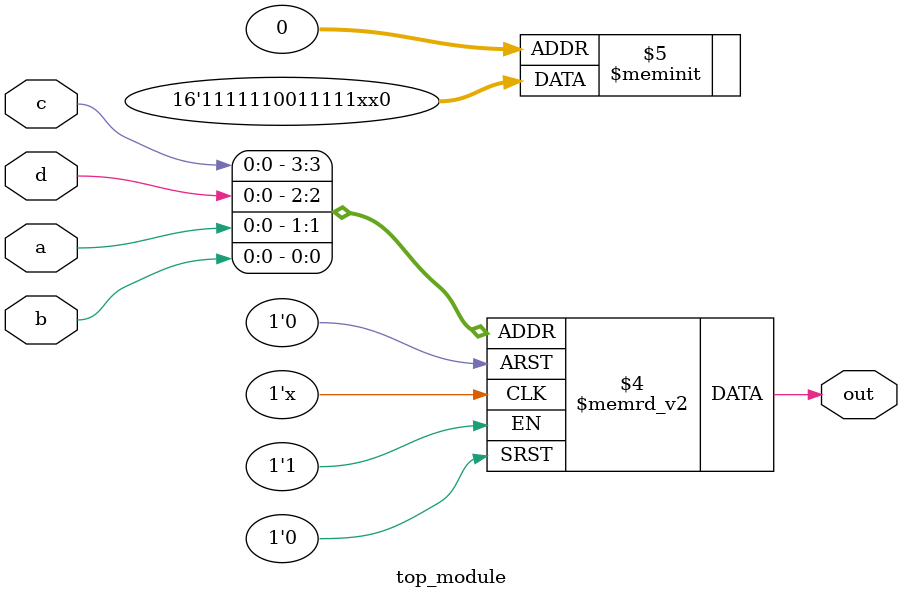
<source format=sv>
module top_module (
    input a, 
    input b,
    input c,
    input d,
    output reg out
);

always @(*) begin
    case ({c, d, a, b})
        4'b0011: out = 1'b1;
        4'b0000: out = 1'b0;
        4'b0100: out = 1'b1;
        4'b0101: out = 1'b1;
        4'b0110: out = 1'b1;
        4'b0111: out = 1'b1;
        4'b1000: out = 1'b0;
        4'b1001: out = 1'b0;
        4'b1010: out = 1'b1;
        4'b1011: out = 1'b1;
        4'b1100: out = 1'b1;
        4'b1101: out = 1'b1;
        4'b1110: out = 1'b1;
        4'b1111: out = 1'b1;
    endcase
end

endmodule

</source>
